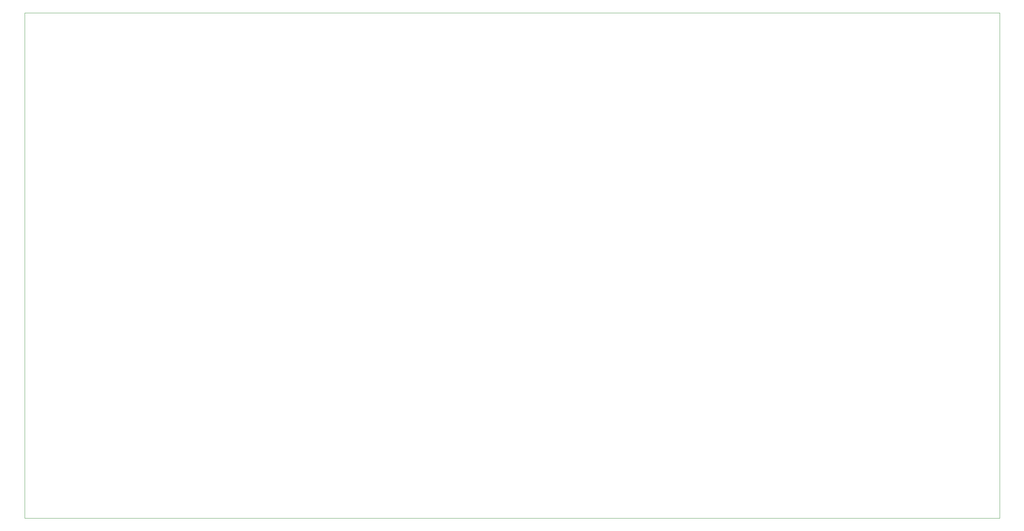
<source format=gbr>
%TF.GenerationSoftware,KiCad,Pcbnew,(6.0.5)*%
%TF.CreationDate,2022-11-22T19:08:20-05:00*%
%TF.ProjectId,full video board,66756c6c-2076-4696-9465-6f20626f6172,rev?*%
%TF.SameCoordinates,Original*%
%TF.FileFunction,Profile,NP*%
%FSLAX46Y46*%
G04 Gerber Fmt 4.6, Leading zero omitted, Abs format (unit mm)*
G04 Created by KiCad (PCBNEW (6.0.5)) date 2022-11-22 19:08:20*
%MOMM*%
%LPD*%
G01*
G04 APERTURE LIST*
%TA.AperFunction,Profile*%
%ADD10C,0.100000*%
%TD*%
G04 APERTURE END LIST*
D10*
X102870000Y-85090000D02*
X340360000Y-85090000D01*
X340360000Y-85090000D02*
X340360000Y-208280000D01*
X340360000Y-208280000D02*
X102870000Y-208280000D01*
X102870000Y-208280000D02*
X102870000Y-85090000D01*
M02*

</source>
